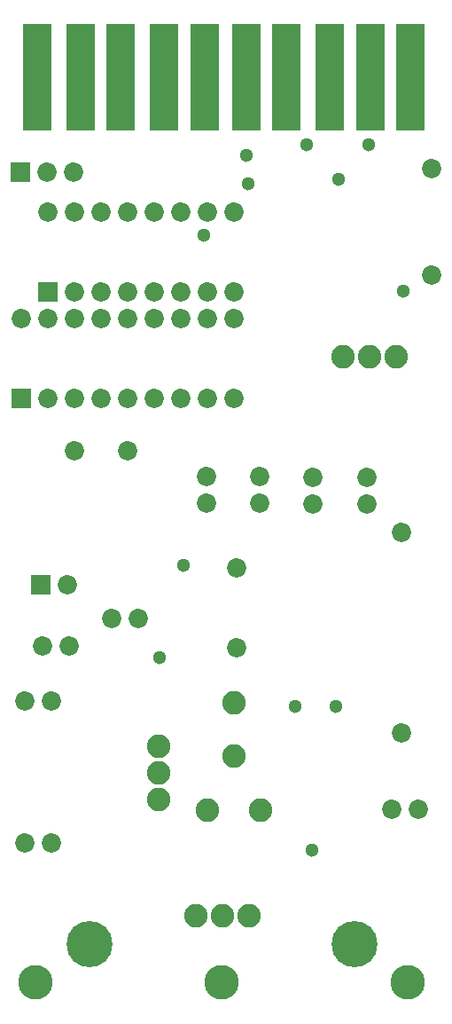
<source format=gbr>
*
%LPD*%
%LNGenBotSolderMask*%
%FSLAX25Y25*%
%MOIN*%
%AD*%
%AD*%
%ADD50C,0.173228346*%
%ADD51R,0.072834646X0.072834646*%
%ADD52C,0.072834646*%
%ADD53C,0.12992126*%
%ADD55R,0.11023622X0.401574803*%
%ADD60C,0.088582677*%
%ADD61C,0.051181102*%
G54D51*
%SRX1Y1I0.0J0.0*%
G1X-215040Y208859D3*
G1X-214844Y123847D3*
G54D52*
G1X-214844Y153847D3*
G1X-213543Y10002D3*
G1X-213542Y-43118D3*
G54D53*
G1X-209303Y-95600D3*
G54D55*
G1X-208858Y244291D3*
G54D51*
G1X-207487Y53889D3*
G54D52*
G1X-206700Y30868D3*
G1X-205040Y208859D3*
G1X-204848Y123846D3*
G1X-204848Y153846D3*
G54D51*
G1X-204848Y163846D3*
G54D52*
G1X-204848Y193846D3*
G1X-203543Y10002D3*
G1X-203542Y-43118D3*
G1X-197487Y53889D3*
G1X-196700Y30868D3*
G1X-195040Y208859D3*
G1X-194879Y103949D3*
G1X-194848Y123846D3*
G1X-194848Y153846D3*
G1X-194848Y163846D3*
G1X-194848Y193846D3*
G54D55*
G1X-192520Y244291D3*
G54D50*
G1X-189198Y-81372D3*
G54D52*
G1X-184848Y123846D3*
G1X-184848Y153846D3*
G1X-184848Y163846D3*
G1X-184848Y193846D3*
G1X-180744Y41025D3*
G54D55*
G1X-177362Y244291D3*
G54D52*
G1X-174879Y103949D3*
G1X-174848Y123846D3*
G1X-174848Y153846D3*
G1X-174848Y163846D3*
G1X-174848Y193846D3*
G1X-170744Y41025D3*
G1X-164848Y123846D3*
G1X-164848Y153846D3*
G1X-164848Y163846D3*
G1X-164848Y193846D3*
G54D60*
G1X-163044Y-27034D3*
G1X-163044Y-17034D3*
G1X-163044Y-7034D3*
G54D61*
G1X-162617Y26445D3*
G54D55*
G1X-161024Y244291D3*
G54D52*
G1X-154848Y123846D3*
G1X-154848Y153846D3*
G1X-154848Y163846D3*
G1X-154848Y193846D3*
G54D61*
G1X-153747Y61043D3*
G54D60*
G1X-149107Y-70765D3*
G54D61*
G1X-146136Y185067D3*
G54D55*
G1X-145866Y244291D3*
G54D52*
G1X-144908Y84272D3*
G1X-144908Y94272D3*
G1X-144848Y123846D3*
G1X-144848Y153846D3*
G1X-144848Y163846D3*
G1X-144848Y193846D3*
G54D60*
G1X-144594Y-30841D3*
G54D53*
G1X-139491Y-95617D3*
G54D60*
G1X-139107Y-70765D3*
G54D52*
G1X-134848Y123846D3*
G1X-134848Y153846D3*
G1X-134848Y163846D3*
G1X-134848Y193846D3*
G54D60*
G1X-134792Y-10768D3*
G1X-134792Y9232D3*
G54D52*
G1X-133821Y30023D3*
G1X-133821Y60023D3*
G54D55*
G1X-130118Y244291D3*
G54D61*
G1X-130065Y214947D3*
G1X-129396Y204270D3*
G54D60*
G1X-129107Y-70765D3*
G54D52*
G1X-124906Y84272D3*
G1X-124906Y94272D3*
G54D60*
G1X-124594Y-30841D3*
G54D55*
G1X-114961Y244291D3*
G54D61*
G1X-111663Y8155D3*
G1X-107336Y219201D3*
G1X-105540Y-45842D3*
G54D52*
G1X-104971Y84219D3*
G1X-104971Y94219D3*
G54D55*
G1X-98622Y244291D3*
G54D61*
G1X-96436Y8167D3*
G1X-95277Y206089D3*
G54D60*
G1X-93692Y139280D3*
G54D50*
G1X-89317Y-81371D3*
G54D52*
G1X-84874Y84184D3*
G1X-84874Y94184D3*
G54D61*
G1X-84047Y219104D3*
G54D60*
G1X-83692Y139280D3*
G54D55*
G1X-83465Y244291D3*
G54D52*
G1X-75450Y-30556D3*
G54D60*
G1X-73692Y139280D3*
G54D52*
G1X-71811Y73339D3*
G1X-71568Y-1806D3*
G54D61*
G1X-71042Y164215D3*
G54D53*
G1X-69298Y-95600D3*
G54D55*
G1X-68307Y244291D3*
G54D52*
G1X-65450Y-30556D3*
G1X-60311Y170206D3*
G1X-60311Y210206D3*
M2*

</source>
